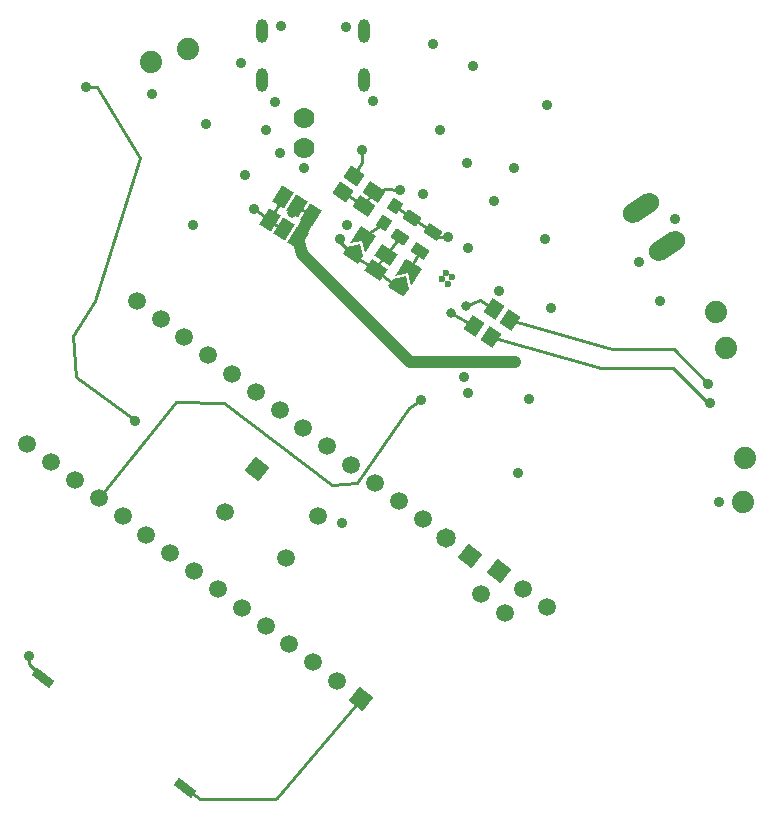
<source format=gbl>
%TF.GenerationSoftware,KiCad,Pcbnew,8.0.1*%
%TF.CreationDate,2025-11-28T14:34:22-07:00*%
%TF.ProjectId,F-UVC-Solar-WB_RevA1.1_PCB,462d5556-432d-4536-9f6c-61722d57425f,rev?*%
%TF.SameCoordinates,Original*%
%TF.FileFunction,Copper,L4,Bot*%
%TF.FilePolarity,Positive*%
%FSLAX46Y46*%
G04 Gerber Fmt 4.6, Leading zero omitted, Abs format (unit mm)*
G04 Created by KiCad (PCBNEW 8.0.1) date 2025-11-28 14:34:22*
%MOMM*%
%LPD*%
G01*
G04 APERTURE LIST*
G04 Aperture macros list*
%AMRoundRect*
0 Rectangle with rounded corners*
0 $1 Rounding radius*
0 $2 $3 $4 $5 $6 $7 $8 $9 X,Y pos of 4 corners*
0 Add a 4 corners polygon primitive as box body*
4,1,4,$2,$3,$4,$5,$6,$7,$8,$9,$2,$3,0*
0 Add four circle primitives for the rounded corners*
1,1,$1+$1,$2,$3*
1,1,$1+$1,$4,$5*
1,1,$1+$1,$6,$7*
1,1,$1+$1,$8,$9*
0 Add four rect primitives between the rounded corners*
20,1,$1+$1,$2,$3,$4,$5,0*
20,1,$1+$1,$4,$5,$6,$7,0*
20,1,$1+$1,$6,$7,$8,$9,0*
20,1,$1+$1,$8,$9,$2,$3,0*%
%AMHorizOval*
0 Thick line with rounded ends*
0 $1 width*
0 $2 $3 position (X,Y) of the first rounded end (center of the circle)*
0 $4 $5 position (X,Y) of the second rounded end (center of the circle)*
0 Add line between two ends*
20,1,$1,$2,$3,$4,$5,0*
0 Add two circle primitives to create the rounded ends*
1,1,$1,$2,$3*
1,1,$1,$4,$5*%
%AMRotRect*
0 Rectangle, with rotation*
0 The origin of the aperture is its center*
0 $1 length*
0 $2 width*
0 $3 Rotation angle, in degrees counterclockwise*
0 Add horizontal line*
21,1,$1,$2,0,0,$3*%
G04 Aperture macros list end*
%TA.AperFunction,EtchedComponent*%
%ADD10C,0.000000*%
%TD*%
%TA.AperFunction,ComponentPad*%
%ADD11C,1.508000*%
%TD*%
%TA.AperFunction,ComponentPad*%
%ADD12RotRect,1.508000X1.508000X323.000000*%
%TD*%
%TA.AperFunction,ComponentPad*%
%ADD13C,1.879600*%
%TD*%
%TA.AperFunction,ComponentPad*%
%ADD14C,1.778000*%
%TD*%
%TA.AperFunction,ComponentPad*%
%ADD15O,1.000000X2.000000*%
%TD*%
%TA.AperFunction,ComponentPad*%
%ADD16HorizOval,1.676400X0.697141X0.465375X-0.697141X-0.465375X0*%
%TD*%
%TA.AperFunction,SMDPad,CuDef*%
%ADD17RotRect,1.200000X1.420000X236.000000*%
%TD*%
%TA.AperFunction,SMDPad,CuDef*%
%ADD18RotRect,1.168400X1.600200X56.000000*%
%TD*%
%TA.AperFunction,SMDPad,CuDef*%
%ADD19RotRect,0.635000X0.203200X236.000000*%
%TD*%
%TA.AperFunction,SMDPad,CuDef*%
%ADD20RotRect,1.075000X1.000000X56.250000*%
%TD*%
%TA.AperFunction,SMDPad,CuDef*%
%ADD21RoundRect,0.190500X0.373900X-0.472336X0.582522X-0.153529X-0.373900X0.472336X-0.582522X0.153529X0*%
%TD*%
%TA.AperFunction,SMDPad,CuDef*%
%ADD22RoundRect,0.115000X0.286423X-0.606310X0.669767X-0.032596X-0.286423X0.606310X-0.669767X0.032596X0*%
%TD*%
%TA.AperFunction,SMDPad,CuDef*%
%ADD23RotRect,1.200000X1.420000X146.400000*%
%TD*%
%TA.AperFunction,SMDPad,CuDef*%
%ADD24RotRect,1.854200X0.762000X142.399000*%
%TD*%
%TA.AperFunction,SMDPad,CuDef*%
%ADD25RotRect,1.168400X1.600200X148.000000*%
%TD*%
%TA.AperFunction,SMDPad,CuDef*%
%ADD26RotRect,1.168400X1.600200X235.200000*%
%TD*%
%TA.AperFunction,SMDPad,CuDef*%
%ADD27RotRect,0.635000X0.203200X55.200000*%
%TD*%
%TA.AperFunction,SMDPad,CuDef*%
%ADD28RoundRect,0.190500X0.380458X-0.467069X0.584608X-0.145381X-0.380458X0.467069X-0.584608X0.145381X0*%
%TD*%
%TA.AperFunction,SMDPad,CuDef*%
%ADD29RotRect,0.920000X1.380000X56.250000*%
%TD*%
%TA.AperFunction,ComponentPad*%
%ADD30C,1.500000*%
%TD*%
%TA.AperFunction,ComponentPad*%
%ADD31RotRect,1.500000X1.500000X232.577000*%
%TD*%
%TA.AperFunction,ComponentPad*%
%ADD32C,1.650000*%
%TD*%
%TA.AperFunction,ComponentPad*%
%ADD33RotRect,1.500000X1.500000X142.577000*%
%TD*%
%TA.AperFunction,ViaPad*%
%ADD34C,0.906400*%
%TD*%
%TA.AperFunction,ViaPad*%
%ADD35C,0.800100*%
%TD*%
%TA.AperFunction,ViaPad*%
%ADD36C,0.600000*%
%TD*%
%TA.AperFunction,Conductor*%
%ADD37C,0.254000*%
%TD*%
%TA.AperFunction,Conductor*%
%ADD38C,0.250000*%
%TD*%
%TA.AperFunction,Conductor*%
%ADD39C,1.016000*%
%TD*%
G04 APERTURE END LIST*
D10*
%TA.AperFunction,EtchedComponent*%
%TO.C,UNK0.5A1*%
G36*
X207531808Y-65052519D02*
G01*
X207111581Y-65694694D01*
X205792505Y-64831515D01*
X206184114Y-64233075D01*
X207271555Y-64005897D01*
X207531808Y-65052519D01*
G37*
%TD.AperFunction*%
%TA.AperFunction,EtchedComponent*%
G36*
X208638845Y-63360791D02*
G01*
X207702241Y-64792070D01*
X207458327Y-63725343D01*
X206383166Y-63928892D01*
X207319769Y-62497612D01*
X208638845Y-63360791D01*
G37*
%TD.AperFunction*%
%TA.AperFunction,EtchedComponent*%
%TO.C,UNK1.5A1*%
G36*
X211403455Y-67804659D02*
G01*
X210992235Y-68452638D01*
X209661237Y-67607961D01*
X210044451Y-67004111D01*
X211128614Y-66761772D01*
X211403455Y-67804659D01*
G37*
%TD.AperFunction*%
%TA.AperFunction,EtchedComponent*%
G36*
X212486763Y-66097639D02*
G01*
X211570235Y-67541856D01*
X211311451Y-66478638D01*
X210239237Y-66697179D01*
X211155765Y-65252962D01*
X212486763Y-66097639D01*
G37*
%TD.AperFunction*%
%TD*%
D11*
%TO.P,SW2,4*%
%TO.N,/PA12*%
X201020365Y-90601898D03*
%TO.P,SW2,3*%
X195829235Y-86690102D03*
%TO.P,SW2,2*%
%TO.N,GND*%
X203728533Y-87008038D03*
D12*
%TO.P,SW2,1*%
X198537403Y-83096242D03*
%TD*%
D13*
%TO.P,-UVC1,1,1*%
%TO.N,GND*%
X239674400Y-85859320D03*
%TD*%
D14*
%TO.P,JP1,1,1*%
%TO.N,/D+*%
X202539600Y-53340000D03*
%TO.P,JP1,2,2*%
%TO.N,/D-*%
X202539600Y-55880000D03*
%TD*%
D13*
%TO.P,+BATT1,1,1*%
%TO.N,VLIPO*%
X192735200Y-47498000D03*
%TD*%
D15*
%TO.P,X2,M1*%
%TO.N,N/C*%
X207621599Y-50163196D03*
%TO.P,X2,M2*%
X198981603Y-50163199D03*
%TO.P,X2,M3*%
X207621597Y-45983201D03*
%TO.P,X2,M4*%
X198981600Y-45983201D03*
%TD*%
D13*
%TO.P,+UVC1,1,1*%
%TO.N,VLOAD*%
X239834257Y-82133986D03*
%TD*%
D16*
%TO.P,JP3,1,1*%
%TO.N,GND*%
X233233919Y-64216822D03*
%TD*%
%TO.P,JP2,1,1*%
%TO.N,VBUS*%
X231104419Y-60935285D03*
%TD*%
D13*
%TO.P,-BATT1,1,1*%
%TO.N,GND*%
X189613503Y-48621136D03*
%TD*%
D17*
%TO.P,R12,1*%
%TO.N,GND*%
X206724651Y-58254707D03*
%TO.P,R12,2*%
%TO.N,Net-(R12-Pad2)*%
X205790799Y-59639199D03*
%TD*%
D18*
%TO.P,UNK1A1,1,1*%
%TO.N,GND*%
X208646988Y-66185854D03*
%TO.P,UNK1A1,2,2*%
%TO.N,Net-(R5-Pad1)*%
X209499200Y-64922400D03*
D19*
%TO.P,UNK1A1,WIRE*%
%TO.N,N/C*%
X209073094Y-65554127D03*
%TD*%
D20*
%TO.P,R6,1*%
%TO.N,Net-(R6-Pad1)*%
X209265930Y-62225549D03*
%TO.P,R6,2*%
%TO.N,/ISET*%
X210210400Y-60812051D03*
%TD*%
D21*
%TO.P,UNK0.5A1,1,1*%
%TO.N,GND*%
X206659352Y-64946306D03*
%TO.P,UNK0.5A1,2,2*%
%TO.N,Net-(R6-Pad1)*%
X207771998Y-63246000D03*
%TD*%
D13*
%TO.P,-SYS1,1,1*%
%TO.N,GND*%
X237439200Y-69799200D03*
%TD*%
D22*
%TO.P,R5,1*%
%TO.N,Net-(R5-Pad1)*%
X210645030Y-63430454D03*
%TO.P,R5,2*%
%TO.N,/ISET*%
X211706170Y-61842346D03*
%TD*%
D23*
%TO.P,R10,1*%
%TO.N,Net-(D3-PadC)*%
X218322689Y-71886882D03*
%TO.P,R10,2*%
%TO.N,/~{PGOOD}*%
X216931711Y-70962718D03*
%TD*%
D24*
%TO.P,SW1,1,1*%
%TO.N,/PA9*%
X192473166Y-110059412D03*
%TO.P,SW1,2,2*%
%TO.N,GND*%
X180398834Y-100760588D03*
%TD*%
D23*
%TO.P,R11,1*%
%TO.N,Net-(D4-PadC)*%
X219999089Y-70413682D03*
%TO.P,R11,2*%
%TO.N,/~{CHG}*%
X218608111Y-69489518D03*
%TD*%
D25*
%TO.P,SJ1,1,1*%
%TO.N,/OUT*%
X201981150Y-63492660D03*
%TO.P,SJ1,2,2*%
%TO.N,/EN1*%
X200796424Y-62752362D03*
%TO.P,SJ1,3,3*%
%TO.N,GND*%
X199611698Y-62012064D03*
%TD*%
D26*
%TO.P,THERM1,1,1*%
%TO.N,/THERM*%
X208460885Y-59572284D03*
%TO.P,THERM1,2,2*%
%TO.N,Net-(R12-Pad2)*%
X207591115Y-60823716D03*
D27*
%TO.P,THERM1,WIRE*%
%TO.N,N/C*%
X208026000Y-60198000D03*
%TD*%
D25*
%TO.P,SJ2,1,1*%
%TO.N,/OUT*%
X203140984Y-61540672D03*
%TO.P,SJ2,2,2*%
%TO.N,/EN2*%
X201956258Y-60800374D03*
%TO.P,SJ2,3,3*%
%TO.N,GND*%
X200771532Y-60060076D03*
%TD*%
D13*
%TO.P,+SYS1,1,1*%
%TO.N,/OUT*%
X238251667Y-72789594D03*
%TD*%
D28*
%TO.P,UNK1.5A1,1,1*%
%TO.N,GND*%
X210529600Y-67710637D03*
%TO.P,UNK1.5A1,2,2*%
%TO.N,Net-(R4-Pad1)*%
X211618400Y-65994963D03*
%TD*%
D29*
%TO.P,R4,1*%
%TO.N,Net-(R4-Pad1)*%
X212372230Y-64598854D03*
%TO.P,R4,2*%
%TO.N,/ISET*%
X213433370Y-63010746D03*
%TD*%
D30*
%TO.P,J1,35,GND*%
%TO.N,unconnected-(J1-GND-Pad35)*%
X217493217Y-93682017D03*
%TO.P,J1,34,+3V3_ST_LINK*%
%TO.N,/+3V3_ST_LINK*%
X219510413Y-95225545D03*
D31*
%TO.P,J1,33,SWDIO*%
%TO.N,/STM_JTMS*%
X219036767Y-91664819D03*
D30*
%TO.P,J1,32,SWCLK*%
%TO.N,/STM_JTCK*%
X221053964Y-93208367D03*
%TO.P,J1,31,31*%
%TO.N,unconnected-(J1-Pad31)*%
X223071146Y-94751917D03*
%TO.P,J1,30,GRN_LD3*%
%TO.N,/PB3*%
X188364556Y-68802297D03*
%TO.P,J1,29,29*%
%TO.N,+3V3*%
X190381742Y-70345852D03*
%TO.P,J1,28,28*%
%TO.N,/AVDD*%
X192398945Y-71889393D03*
%TO.P,J1,27,TriLED_B*%
%TO.N,/PA0*%
X194416136Y-73432929D03*
%TO.P,J1,26,TriLED_G*%
%TO.N,/PA1*%
X196433331Y-74976490D03*
%TO.P,J1,25,TriLED_R*%
%TO.N,/PA3*%
X198450516Y-76520042D03*
%TO.P,J1,24,24*%
%TO.N,/PA4*%
X200467719Y-78063566D03*
%TO.P,J1,23,23*%
%TO.N,/PA5*%
X202484903Y-79607117D03*
%TO.P,J1,22,22*%
%TO.N,/PA6*%
X204502102Y-81150663D03*
%TO.P,J1,21,21*%
%TO.N,/PA7*%
X206519295Y-82694204D03*
%TO.P,J1,20,20*%
%TO.N,/PA2*%
X208536504Y-84237744D03*
%TO.P,J1,19,19*%
%TO.N,/+5V*%
X210553684Y-85781298D03*
%TO.P,J1,18,18*%
%TO.N,/NRST*%
X212570884Y-87324832D03*
D32*
%TO.P,J1,17,17*%
%TO.N,GND*%
X214588073Y-88868384D03*
D33*
%TO.P,J1,16,16*%
%TO.N,/VIN*%
X216605266Y-90411945D03*
D30*
%TO.P,J1,15,15*%
%TO.N,/PB4*%
X179103284Y-80905470D03*
%TO.P,J1,14,14*%
%TO.N,/PB5*%
X181120484Y-82449017D03*
%TO.P,J1,13,13*%
%TO.N,/PA11*%
X183137674Y-83992569D03*
%TO.P,J1,12,LOAD_SW*%
%TO.N,/PA8*%
X185154870Y-85536099D03*
%TO.P,J1,11,11*%
%TO.N,/PF1*%
X187172061Y-87079656D03*
%TO.P,J1,10,10*%
%TO.N,/PF0*%
X189189254Y-88623197D03*
%TO.P,J1,9,9*%
%TO.N,/PB1*%
X191206454Y-90166741D03*
%TO.P,J1,8,8*%
%TO.N,/PB6*%
X193223639Y-91710277D03*
%TO.P,J1,7,7*%
%TO.N,/PB7*%
X195240834Y-93253820D03*
%TO.P,J1,6,6*%
%TO.N,/PB0*%
X197258010Y-94797379D03*
%TO.P,J1,5,Button*%
%TO.N,/PA12*%
X199275231Y-96340917D03*
%TO.P,J1,4,4*%
%TO.N,GND*%
X201292414Y-97884455D03*
%TO.P,J1,3,3*%
%TO.N,/NRST*%
X203309610Y-99428015D03*
%TO.P,J1,2,2*%
%TO.N,/PA10*%
X205326792Y-100971555D03*
D33*
%TO.P,J1,1,REED_SW*%
%TO.N,/PA9*%
X207344000Y-102515095D03*
%TD*%
D34*
%TO.N,/OUT*%
X220421200Y-73964800D03*
X202488800Y-64871600D03*
%TO.N,Net-(D3-PadC)*%
X236897474Y-77470638D03*
%TO.N,/ISET*%
X214731600Y-63449200D03*
D35*
%TO.N,/~{PGOOD}*%
X214934800Y-69850000D03*
%TO.N,/~{CHG}*%
X216204800Y-69291200D03*
D34*
%TO.N,Net-(D4-PadC)*%
X236731224Y-75846396D03*
D35*
%TO.N,/EN2*%
X201472800Y-61417200D03*
%TO.N,/EN1*%
X200979804Y-62482418D03*
D34*
%TO.N,GND*%
X199339200Y-54343300D03*
X221538800Y-77165200D03*
X205536800Y-63550800D03*
X200101200Y-52019200D03*
X233951065Y-61905717D03*
X218643200Y-60350400D03*
D36*
X214728968Y-67374584D03*
D34*
X213424567Y-47099976D03*
X216822853Y-48961646D03*
X212598000Y-59791600D03*
D36*
X214197158Y-67003836D03*
D34*
X205722484Y-87611070D03*
X202539600Y-57556400D03*
X197160464Y-48697555D03*
X189654116Y-51330430D03*
X230872717Y-65520255D03*
X198323200Y-61010800D03*
X216347111Y-57124227D03*
X223469200Y-69443600D03*
X206146400Y-62433200D03*
X220268800Y-57556400D03*
X214082891Y-54334663D03*
X237695416Y-85852000D03*
D36*
X214531438Y-66453793D03*
D34*
X208330800Y-51866800D03*
X219066256Y-67974058D03*
D36*
X215081482Y-66830618D03*
D34*
X193141600Y-62382400D03*
X216408000Y-76606400D03*
X216408000Y-64363600D03*
X197510400Y-58166000D03*
X232664355Y-68879091D03*
X223119792Y-52274584D03*
X206095600Y-45669200D03*
X216103200Y-75234800D03*
X222910400Y-63550800D03*
X179222400Y-98907600D03*
X194208400Y-53848000D03*
X207467200Y-56083200D03*
X220624400Y-83362800D03*
X200558400Y-45567600D03*
X200507600Y-56324500D03*
%TO.N,Net-(D5-Pad2)*%
X188247284Y-79025870D03*
X184075995Y-50708359D03*
%TO.N,/THERM*%
X210616800Y-59436000D03*
%TO.N,/PA8*%
X212394800Y-77216000D03*
%TD*%
D37*
%TO.N,/PA9*%
X200202800Y-110896400D02*
X207344000Y-102515095D01*
X193751200Y-110998000D02*
X192473166Y-110059412D01*
X200202800Y-110896400D02*
X200101200Y-110998000D01*
X200101200Y-110998000D02*
X193751200Y-110998000D01*
D38*
%TO.N,GND*%
X179222400Y-99584154D02*
X179222400Y-98907600D01*
X180398834Y-100760588D02*
X179222400Y-99584154D01*
D37*
%TO.N,/PA8*%
X207010000Y-84226400D02*
X204924695Y-84381305D01*
X204924695Y-84381305D02*
X195765684Y-77501870D01*
X211378800Y-77927200D02*
X207010000Y-84226400D01*
X212394800Y-77216000D02*
X211378800Y-77927200D01*
%TO.N,Net-(D5-Pad2)*%
X188620400Y-56743600D02*
X184843684Y-68815070D01*
X184962800Y-50698400D02*
X188620400Y-56743600D01*
X184075995Y-50708359D02*
X184962800Y-50698400D01*
%TO.N,Net-(D3-PadC)*%
X233808757Y-74550757D02*
X227677099Y-74550757D01*
X227677099Y-74550757D02*
X218322689Y-71886882D01*
X236728638Y-77470638D02*
X233808757Y-74550757D01*
X236897474Y-77470638D02*
X236728638Y-77470638D01*
%TO.N,Net-(D4-PadC)*%
X228623088Y-72938525D02*
X219999089Y-70413682D01*
X233823353Y-72938525D02*
X228623088Y-72938525D01*
X236731224Y-75846396D02*
X233823353Y-72938525D01*
D39*
%TO.N,/OUT*%
X220421200Y-73964800D02*
X211531200Y-73964800D01*
X211531200Y-73964800D02*
X202387200Y-64820800D01*
X202395766Y-64812234D02*
X202387200Y-64820800D01*
X201981150Y-63492660D02*
X203140984Y-61540672D01*
X202387200Y-64820800D02*
X201981150Y-63492660D01*
D37*
%TO.N,/ISET*%
X213433370Y-63010746D02*
X211706170Y-61842346D01*
X211706170Y-61842346D02*
X210210400Y-60812051D01*
X213871824Y-63449200D02*
X213433370Y-63010746D01*
X214731600Y-63449200D02*
X213871824Y-63449200D01*
%TO.N,/~{PGOOD}*%
X214934800Y-69850000D02*
X216931711Y-70962718D01*
%TO.N,/~{CHG}*%
X216204800Y-69291200D02*
X217424000Y-68783200D01*
X217424000Y-68783200D02*
X218608111Y-69489518D01*
%TO.N,/EN2*%
X201956258Y-60800374D02*
X202996800Y-61569600D01*
%TO.N,GND*%
X205536800Y-63823755D02*
X205536800Y-63550800D01*
X206659351Y-64946306D02*
X205536800Y-63823755D01*
X199611698Y-62012064D02*
X198323200Y-61010800D01*
X206659351Y-64946306D02*
X208646988Y-66185854D01*
X199611698Y-62012064D02*
X200660000Y-62839600D01*
X206724650Y-58254706D02*
X207467200Y-57048400D01*
X210529600Y-67710637D02*
X208646988Y-66185854D01*
X207467200Y-57048400D02*
X207467200Y-56083200D01*
X200771532Y-60060076D02*
X199611698Y-62012064D01*
%TO.N,Net-(D5-Pad2)*%
X183218084Y-75266670D02*
X188196484Y-78924270D01*
X182964084Y-71761470D02*
X183218084Y-75266670D01*
X184843684Y-68815070D02*
X182964084Y-71761470D01*
%TO.N,/THERM*%
X210616800Y-59436000D02*
X209448400Y-59385200D01*
X209448400Y-59385200D02*
X208460885Y-59572284D01*
%TO.N,Net-(R5-Pad1)*%
X210645030Y-63430454D02*
X209499200Y-64922400D01*
%TO.N,Net-(R12-Pad2)*%
X207591115Y-60823716D02*
X205790800Y-59639200D01*
%TO.N,/PA8*%
X195765684Y-77501870D02*
X191701684Y-77349470D01*
X191701684Y-77349470D02*
X185154870Y-85536099D01*
D38*
%TO.N,Net-(R6-Pad1)*%
X209265930Y-62225549D02*
X207771999Y-63246000D01*
D37*
%TO.N,Net-(R4-Pad1)*%
X212372230Y-64598854D02*
X211618400Y-65994963D01*
%TD*%
M02*

</source>
